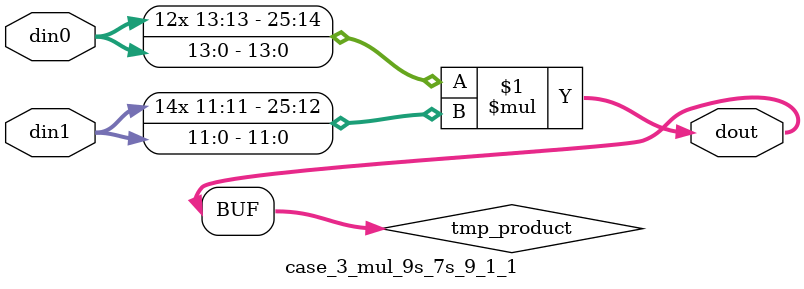
<source format=v>

`timescale 1 ns / 1 ps

 module case_3_mul_9s_7s_9_1_1(din0, din1, dout);
parameter ID = 1;
parameter NUM_STAGE = 0;
parameter din0_WIDTH = 14;
parameter din1_WIDTH = 12;
parameter dout_WIDTH = 26;

input [din0_WIDTH - 1 : 0] din0; 
input [din1_WIDTH - 1 : 0] din1; 
output [dout_WIDTH - 1 : 0] dout;

wire signed [dout_WIDTH - 1 : 0] tmp_product;



























assign tmp_product = $signed(din0) * $signed(din1);








assign dout = tmp_product;





















endmodule

</source>
